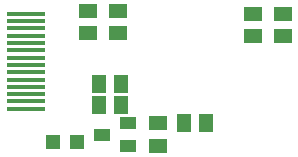
<source format=gbr>
G04 EAGLE Gerber RS-274X export*
G75*
%MOMM*%
%FSLAX34Y34*%
%LPD*%
%INSolderpaste Bottom*%
%IPPOS*%
%AMOC8*
5,1,8,0,0,1.08239X$1,22.5*%
G01*
%ADD10R,3.200000X0.350000*%
%ADD11R,1.500000X1.240000*%
%ADD12R,1.240000X1.500000*%
%ADD13R,1.400000X1.000000*%
%ADD14R,1.200000X1.300000*%


D10*
X74910Y143170D03*
X74910Y136970D03*
X74910Y130770D03*
X74910Y124570D03*
X74910Y118370D03*
X74910Y112170D03*
X74910Y105970D03*
X74910Y99770D03*
X74910Y93570D03*
X74910Y87370D03*
X74910Y81170D03*
X74910Y74970D03*
X74910Y68770D03*
X74910Y62570D03*
D11*
X127000Y126390D03*
X127000Y145390D03*
X152400Y126390D03*
X152400Y145390D03*
X186690Y50140D03*
X186690Y31140D03*
D12*
X227432Y50546D03*
X208432Y50546D03*
X155550Y66040D03*
X136550Y66040D03*
X155550Y83820D03*
X136550Y83820D03*
D11*
X292100Y142850D03*
X292100Y123850D03*
X266700Y142850D03*
X266700Y123850D03*
D13*
X138860Y40640D03*
X160860Y31140D03*
X160860Y50140D03*
D14*
X97790Y34290D03*
X118110Y34290D03*
M02*

</source>
